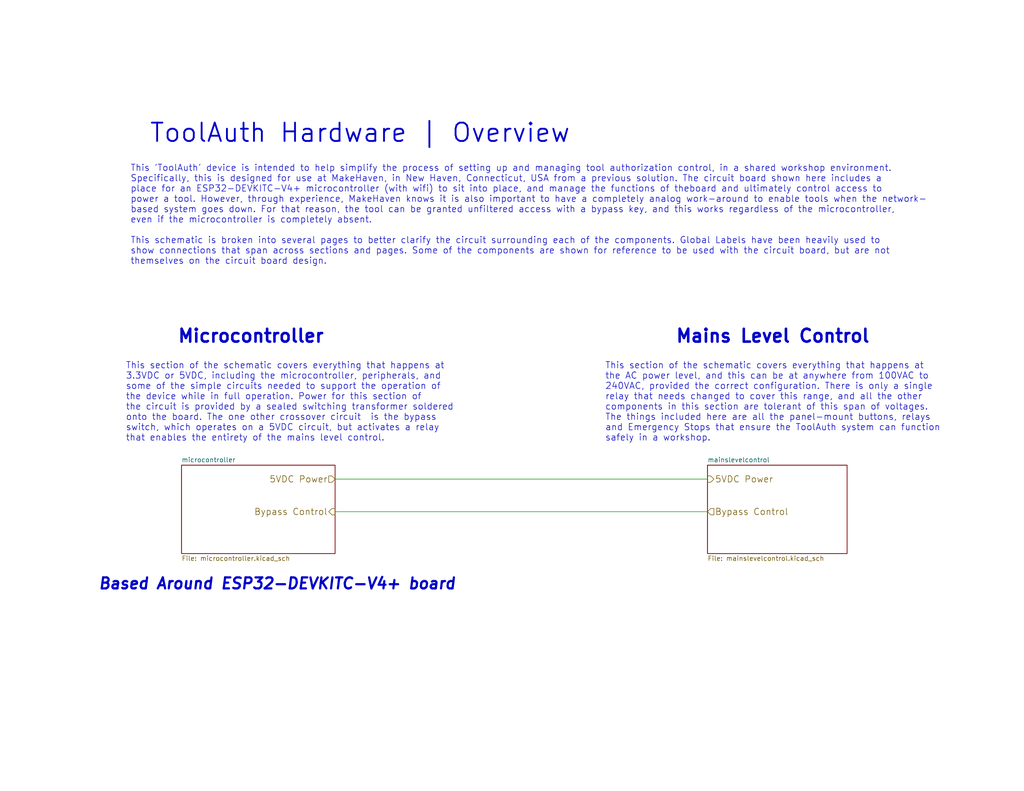
<source format=kicad_sch>
(kicad_sch (version 20211123) (generator eeschema)
  (paper "USLetter")
  (title_block (title "ToolAuth Hardware | Overview | ESP32-DEVKITC-V4") (date "2022-10-09") (rev "3") (company "Corey Rice & MakeHaven") (comment 1 "Highest Level Overview"))
  (lib_symbols)
  (wire (pts (xy 91.44 139.7) (xy 193.04 139.7)))
  (wire (pts (xy 91.44 130.81) (xy 193.04 130.81)))
  (text "ToolAuth Hardware | Overview" (at 40.64 39.37 0) (effects (font (size 5 5) (thickness 0.5) bold) (justify left bottom)))
  (text "Mains Level Control" (at 184.15 93.98 0) (effects (font (size 3.5 3.5) bold) (justify left bottom)))
  (text "Microcontroller" (at 48.26 93.98 0) (effects (font (size 3.5 3.5) bold) (justify left bottom)))
  (text "This section of the schematic covers everything that happens at \n3.3VDC or 5VDC, including the microcontroller, peripherals, and \nsome of the simple circuits needed to support the operation of \nthe device while in full operation. Power for this section of \nthe circuit is provided by a sealed switching transformer soldered \nonto the board. The one other crossover circuit  is the bypass \nswitch, which operates on a 5VDC circuit, but activates a relay \nthat enables the entirety of the mains level control. \n" (at 34.29 120.65 0) (effects (font (size 1.75 1.75)) (justify left bottom)))
  (text "This 'ToolAuth' device is intended to help simplify the process of setting up and managing tool authorization control, in a shared workshop environment. \nSpecifically, this is designed for use at MakeHaven, in New Haven, Connecticut, USA from a previous solution. The circuit board shown here includes a \nplace for an ESP32-DEVKITC-V4+ microcontroller (with wifi) to sit into place, and manage the functions of theboard and ultimately control access to \npower a tool. However, through experience, MakeHaven knows it is also important to have a completely analog work-around to enable tools when the network-\nbased system goes down. For that reason, the tool can be granted unfiltered access with a bypass key, and this works regardless of the microcontroller, \neven if the microcontroller is completely absent. \n\nThis schematic is broken into several pages to better clarify the circuit surrounding each of the components. Global Labels have been heavily used to \nshow connections that span across sections and pages. Some of the components are shown for reference to be used with the circuit board, but are not \nthemselves on the circuit board design. \n" (at 35.56 72.39 0) (effects (font (size 1.75 1.75)) (justify left bottom)))
  (text "This section of the schematic covers everything that happens at \nthe AC power level, and this can be at anywhere from 100VAC to \n240VAC, provided the correct configuration. There is only a single \nrelay that needs changed to cover this range, and all the other \ncomponents in this section are tolerant of this span of voltages. \nThe things included here are all the panel-mount buttons, relays \nand Emergency Stops that ensure the ToolAuth system can function \nsafely in a workshop.\n" (at 165.1 120.65 0) (effects (font (size 1.75 1.75)) (justify left bottom)))
  (text "Based Around ESP32-DEVKITC-V4+ board" (at 26.67 161.29 0) (effects (font (size 3 3) (thickness 0.6) bold italic) (justify left bottom)))
  (hierarchical_label "5VDC Power" (shape output) (at 193.04 130.81 0) (effects (font (size 1.75 1.75))))
  (hierarchical_label "Bypass Control" (shape output) (at 91.44 139.7 180) (effects (font (size 1.75 1.75))))
  (hierarchical_label "Bypass Control" (shape input) (at 193.04 139.7 0) (effects (font (size 1.75 1.75))))
  (hierarchical_label "5VDC Power" (shape input) (at 91.44 130.81 180) (effects (font (size 1.75 1.75))))
  (sheet (at 49.53 127) (size 41.91 24.13) (stroke (width 0.1524))
    (property "Sheet name" "microcontroller" (at 49.53 126.2884 0) (effects (justify left bottom)))
    (property "Sheet file" "microcontroller.kicad_sch" (at 49.53 151.7146 0) (effects (justify left top)))
  )
  (sheet (at 193.04 127) (size 38.1 24.13) (stroke (width 0.1524))
    (property "Sheet name" "mainslevelcontrol" (at 193.04 126.2884 0) (effects (justify left bottom)))
    (property "Sheet file" "mainslevelcontrol.kicad_sch" (at 193.04 151.7146 0) (effects (justify left top)))
  )
)
</source>
